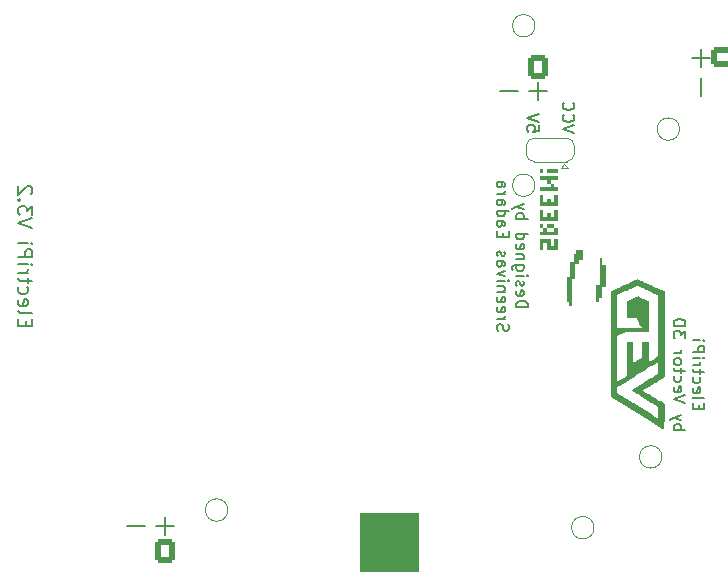
<source format=gbr>
%TF.GenerationSoftware,KiCad,Pcbnew,8.0.6*%
%TF.CreationDate,2025-02-05T09:35:26+00:00*%
%TF.ProjectId,ElectriPi,456c6563-7472-4695-9069-2e6b69636164,rev?*%
%TF.SameCoordinates,PX514cfd0PY31d4590*%
%TF.FileFunction,Legend,Bot*%
%TF.FilePolarity,Positive*%
%FSLAX46Y46*%
G04 Gerber Fmt 4.6, Leading zero omitted, Abs format (unit mm)*
G04 Created by KiCad (PCBNEW 8.0.6) date 2025-02-05 09:35:26*
%MOMM*%
%LPD*%
G01*
G04 APERTURE LIST*
G04 Aperture macros list*
%AMRoundRect*
0 Rectangle with rounded corners*
0 $1 Rounding radius*
0 $2 $3 $4 $5 $6 $7 $8 $9 X,Y pos of 4 corners*
0 Add a 4 corners polygon primitive as box body*
4,1,4,$2,$3,$4,$5,$6,$7,$8,$9,$2,$3,0*
0 Add four circle primitives for the rounded corners*
1,1,$1+$1,$2,$3*
1,1,$1+$1,$4,$5*
1,1,$1+$1,$6,$7*
1,1,$1+$1,$8,$9*
0 Add four rect primitives between the rounded corners*
20,1,$1+$1,$2,$3,$4,$5,0*
20,1,$1+$1,$4,$5,$6,$7,0*
20,1,$1+$1,$6,$7,$8,$9,0*
20,1,$1+$1,$8,$9,$2,$3,0*%
%AMFreePoly0*
4,1,19,0.550000,-0.750000,0.000000,-0.750000,0.000000,-0.744911,-0.071157,-0.744911,-0.207708,-0.704816,-0.327430,-0.627875,-0.420627,-0.520320,-0.479746,-0.390866,-0.500000,-0.250000,-0.500000,0.250000,-0.479746,0.390866,-0.420627,0.520320,-0.327430,0.627875,-0.207708,0.704816,-0.071157,0.744911,0.000000,0.744911,0.000000,0.750000,0.550000,0.750000,0.550000,-0.750000,0.550000,-0.750000,
$1*%
%AMFreePoly1*
4,1,19,0.000000,0.744911,0.071157,0.744911,0.207708,0.704816,0.327430,0.627875,0.420627,0.520320,0.479746,0.390866,0.500000,0.250000,0.500000,-0.250000,0.479746,-0.390866,0.420627,-0.520320,0.327430,-0.627875,0.207708,-0.704816,0.071157,-0.744911,0.000000,-0.744911,0.000000,-0.750000,-0.550000,-0.750000,-0.550000,0.750000,0.000000,0.750000,0.000000,0.744911,0.000000,0.744911,
$1*%
G04 Aperture macros list end*
%ADD10C,0.150000*%
%ADD11C,0.120000*%
%ADD12C,0.000000*%
%ADD13C,4.700000*%
%ADD14RoundRect,0.250000X0.600000X0.750000X-0.600000X0.750000X-0.600000X-0.750000X0.600000X-0.750000X0*%
%ADD15O,1.700000X2.000000*%
%ADD16C,1.020000*%
%ADD17C,1.270000*%
%ADD18C,2.780000*%
%ADD19C,7.000000*%
%ADD20RoundRect,0.250000X-0.750000X0.600000X-0.750000X-0.600000X0.750000X-0.600000X0.750000X0.600000X0*%
%ADD21O,2.000000X1.700000*%
%ADD22C,1.500000*%
%ADD23FreePoly0,180.000000*%
%ADD24R,1.000000X1.500000*%
%ADD25FreePoly1,180.000000*%
G04 APERTURE END LIST*
G36*
X30900000Y-50499996D02*
G01*
X35900000Y-50499996D01*
X35900000Y-55499996D01*
X30900000Y-55499996D01*
X30900000Y-50499996D01*
G37*
D10*
X59573962Y-41704757D02*
X59573962Y-41371424D01*
X59050152Y-41228567D02*
X59050152Y-41704757D01*
X59050152Y-41704757D02*
X60050152Y-41704757D01*
X60050152Y-41704757D02*
X60050152Y-41228567D01*
X59050152Y-40657138D02*
X59097772Y-40752376D01*
X59097772Y-40752376D02*
X59193010Y-40799995D01*
X59193010Y-40799995D02*
X60050152Y-40799995D01*
X59097772Y-39895233D02*
X59050152Y-39990471D01*
X59050152Y-39990471D02*
X59050152Y-40180947D01*
X59050152Y-40180947D02*
X59097772Y-40276185D01*
X59097772Y-40276185D02*
X59193010Y-40323804D01*
X59193010Y-40323804D02*
X59573962Y-40323804D01*
X59573962Y-40323804D02*
X59669200Y-40276185D01*
X59669200Y-40276185D02*
X59716819Y-40180947D01*
X59716819Y-40180947D02*
X59716819Y-39990471D01*
X59716819Y-39990471D02*
X59669200Y-39895233D01*
X59669200Y-39895233D02*
X59573962Y-39847614D01*
X59573962Y-39847614D02*
X59478724Y-39847614D01*
X59478724Y-39847614D02*
X59383486Y-40323804D01*
X59097772Y-38990471D02*
X59050152Y-39085709D01*
X59050152Y-39085709D02*
X59050152Y-39276185D01*
X59050152Y-39276185D02*
X59097772Y-39371423D01*
X59097772Y-39371423D02*
X59145391Y-39419042D01*
X59145391Y-39419042D02*
X59240629Y-39466661D01*
X59240629Y-39466661D02*
X59526343Y-39466661D01*
X59526343Y-39466661D02*
X59621581Y-39419042D01*
X59621581Y-39419042D02*
X59669200Y-39371423D01*
X59669200Y-39371423D02*
X59716819Y-39276185D01*
X59716819Y-39276185D02*
X59716819Y-39085709D01*
X59716819Y-39085709D02*
X59669200Y-38990471D01*
X59716819Y-38704756D02*
X59716819Y-38323804D01*
X60050152Y-38561899D02*
X59193010Y-38561899D01*
X59193010Y-38561899D02*
X59097772Y-38514280D01*
X59097772Y-38514280D02*
X59050152Y-38419042D01*
X59050152Y-38419042D02*
X59050152Y-38323804D01*
X59050152Y-37990470D02*
X59716819Y-37990470D01*
X59526343Y-37990470D02*
X59621581Y-37942851D01*
X59621581Y-37942851D02*
X59669200Y-37895232D01*
X59669200Y-37895232D02*
X59716819Y-37799994D01*
X59716819Y-37799994D02*
X59716819Y-37704756D01*
X59050152Y-37371422D02*
X59716819Y-37371422D01*
X60050152Y-37371422D02*
X60002533Y-37419041D01*
X60002533Y-37419041D02*
X59954914Y-37371422D01*
X59954914Y-37371422D02*
X60002533Y-37323803D01*
X60002533Y-37323803D02*
X60050152Y-37371422D01*
X60050152Y-37371422D02*
X59954914Y-37371422D01*
X59050152Y-36895232D02*
X60050152Y-36895232D01*
X60050152Y-36895232D02*
X60050152Y-36514280D01*
X60050152Y-36514280D02*
X60002533Y-36419042D01*
X60002533Y-36419042D02*
X59954914Y-36371423D01*
X59954914Y-36371423D02*
X59859676Y-36323804D01*
X59859676Y-36323804D02*
X59716819Y-36323804D01*
X59716819Y-36323804D02*
X59621581Y-36371423D01*
X59621581Y-36371423D02*
X59573962Y-36419042D01*
X59573962Y-36419042D02*
X59526343Y-36514280D01*
X59526343Y-36514280D02*
X59526343Y-36895232D01*
X59050152Y-35895232D02*
X59716819Y-35895232D01*
X60050152Y-35895232D02*
X60002533Y-35942851D01*
X60002533Y-35942851D02*
X59954914Y-35895232D01*
X59954914Y-35895232D02*
X60002533Y-35847613D01*
X60002533Y-35847613D02*
X60050152Y-35895232D01*
X60050152Y-35895232D02*
X59954914Y-35895232D01*
X57440208Y-43466663D02*
X58440208Y-43466663D01*
X58059256Y-43466663D02*
X58106875Y-43371425D01*
X58106875Y-43371425D02*
X58106875Y-43180949D01*
X58106875Y-43180949D02*
X58059256Y-43085711D01*
X58059256Y-43085711D02*
X58011637Y-43038092D01*
X58011637Y-43038092D02*
X57916399Y-42990473D01*
X57916399Y-42990473D02*
X57630685Y-42990473D01*
X57630685Y-42990473D02*
X57535447Y-43038092D01*
X57535447Y-43038092D02*
X57487828Y-43085711D01*
X57487828Y-43085711D02*
X57440208Y-43180949D01*
X57440208Y-43180949D02*
X57440208Y-43371425D01*
X57440208Y-43371425D02*
X57487828Y-43466663D01*
X58106875Y-42657139D02*
X57440208Y-42419044D01*
X58106875Y-42180949D02*
X57440208Y-42419044D01*
X57440208Y-42419044D02*
X57202113Y-42514282D01*
X57202113Y-42514282D02*
X57154494Y-42561901D01*
X57154494Y-42561901D02*
X57106875Y-42657139D01*
X58440208Y-41180948D02*
X57440208Y-40847615D01*
X57440208Y-40847615D02*
X58440208Y-40514282D01*
X57487828Y-39799996D02*
X57440208Y-39895234D01*
X57440208Y-39895234D02*
X57440208Y-40085710D01*
X57440208Y-40085710D02*
X57487828Y-40180948D01*
X57487828Y-40180948D02*
X57583066Y-40228567D01*
X57583066Y-40228567D02*
X57964018Y-40228567D01*
X57964018Y-40228567D02*
X58059256Y-40180948D01*
X58059256Y-40180948D02*
X58106875Y-40085710D01*
X58106875Y-40085710D02*
X58106875Y-39895234D01*
X58106875Y-39895234D02*
X58059256Y-39799996D01*
X58059256Y-39799996D02*
X57964018Y-39752377D01*
X57964018Y-39752377D02*
X57868780Y-39752377D01*
X57868780Y-39752377D02*
X57773542Y-40228567D01*
X57487828Y-38895234D02*
X57440208Y-38990472D01*
X57440208Y-38990472D02*
X57440208Y-39180948D01*
X57440208Y-39180948D02*
X57487828Y-39276186D01*
X57487828Y-39276186D02*
X57535447Y-39323805D01*
X57535447Y-39323805D02*
X57630685Y-39371424D01*
X57630685Y-39371424D02*
X57916399Y-39371424D01*
X57916399Y-39371424D02*
X58011637Y-39323805D01*
X58011637Y-39323805D02*
X58059256Y-39276186D01*
X58059256Y-39276186D02*
X58106875Y-39180948D01*
X58106875Y-39180948D02*
X58106875Y-38990472D01*
X58106875Y-38990472D02*
X58059256Y-38895234D01*
X58106875Y-38609519D02*
X58106875Y-38228567D01*
X58440208Y-38466662D02*
X57583066Y-38466662D01*
X57583066Y-38466662D02*
X57487828Y-38419043D01*
X57487828Y-38419043D02*
X57440208Y-38323805D01*
X57440208Y-38323805D02*
X57440208Y-38228567D01*
X57440208Y-37752376D02*
X57487828Y-37847614D01*
X57487828Y-37847614D02*
X57535447Y-37895233D01*
X57535447Y-37895233D02*
X57630685Y-37942852D01*
X57630685Y-37942852D02*
X57916399Y-37942852D01*
X57916399Y-37942852D02*
X58011637Y-37895233D01*
X58011637Y-37895233D02*
X58059256Y-37847614D01*
X58059256Y-37847614D02*
X58106875Y-37752376D01*
X58106875Y-37752376D02*
X58106875Y-37609519D01*
X58106875Y-37609519D02*
X58059256Y-37514281D01*
X58059256Y-37514281D02*
X58011637Y-37466662D01*
X58011637Y-37466662D02*
X57916399Y-37419043D01*
X57916399Y-37419043D02*
X57630685Y-37419043D01*
X57630685Y-37419043D02*
X57535447Y-37466662D01*
X57535447Y-37466662D02*
X57487828Y-37514281D01*
X57487828Y-37514281D02*
X57440208Y-37609519D01*
X57440208Y-37609519D02*
X57440208Y-37752376D01*
X57440208Y-36990471D02*
X58106875Y-36990471D01*
X57916399Y-36990471D02*
X58011637Y-36942852D01*
X58011637Y-36942852D02*
X58059256Y-36895233D01*
X58059256Y-36895233D02*
X58106875Y-36799995D01*
X58106875Y-36799995D02*
X58106875Y-36704757D01*
X58440208Y-35704756D02*
X58440208Y-35085709D01*
X58440208Y-35085709D02*
X58059256Y-35419042D01*
X58059256Y-35419042D02*
X58059256Y-35276185D01*
X58059256Y-35276185D02*
X58011637Y-35180947D01*
X58011637Y-35180947D02*
X57964018Y-35133328D01*
X57964018Y-35133328D02*
X57868780Y-35085709D01*
X57868780Y-35085709D02*
X57630685Y-35085709D01*
X57630685Y-35085709D02*
X57535447Y-35133328D01*
X57535447Y-35133328D02*
X57487828Y-35180947D01*
X57487828Y-35180947D02*
X57440208Y-35276185D01*
X57440208Y-35276185D02*
X57440208Y-35561899D01*
X57440208Y-35561899D02*
X57487828Y-35657137D01*
X57487828Y-35657137D02*
X57535447Y-35704756D01*
X57440208Y-34657137D02*
X58440208Y-34657137D01*
X58440208Y-34657137D02*
X58440208Y-34419042D01*
X58440208Y-34419042D02*
X58392589Y-34276185D01*
X58392589Y-34276185D02*
X58297351Y-34180947D01*
X58297351Y-34180947D02*
X58202113Y-34133328D01*
X58202113Y-34133328D02*
X58011637Y-34085709D01*
X58011637Y-34085709D02*
X57868780Y-34085709D01*
X57868780Y-34085709D02*
X57678304Y-34133328D01*
X57678304Y-34133328D02*
X57583066Y-34180947D01*
X57583066Y-34180947D02*
X57487828Y-34276185D01*
X57487828Y-34276185D02*
X57440208Y-34419042D01*
X57440208Y-34419042D02*
X57440208Y-34657137D01*
X59755533Y-13638091D02*
X59755533Y-15161901D01*
X2581228Y-34635709D02*
X2581228Y-34235709D01*
X1952657Y-34064281D02*
X1952657Y-34635709D01*
X1952657Y-34635709D02*
X3152657Y-34635709D01*
X3152657Y-34635709D02*
X3152657Y-34064281D01*
X1952657Y-33378567D02*
X2009800Y-33492852D01*
X2009800Y-33492852D02*
X2124085Y-33549995D01*
X2124085Y-33549995D02*
X3152657Y-33549995D01*
X2009800Y-32464281D02*
X1952657Y-32578567D01*
X1952657Y-32578567D02*
X1952657Y-32807139D01*
X1952657Y-32807139D02*
X2009800Y-32921424D01*
X2009800Y-32921424D02*
X2124085Y-32978567D01*
X2124085Y-32978567D02*
X2581228Y-32978567D01*
X2581228Y-32978567D02*
X2695514Y-32921424D01*
X2695514Y-32921424D02*
X2752657Y-32807139D01*
X2752657Y-32807139D02*
X2752657Y-32578567D01*
X2752657Y-32578567D02*
X2695514Y-32464281D01*
X2695514Y-32464281D02*
X2581228Y-32407139D01*
X2581228Y-32407139D02*
X2466942Y-32407139D01*
X2466942Y-32407139D02*
X2352657Y-32978567D01*
X2009800Y-31378568D02*
X1952657Y-31492853D01*
X1952657Y-31492853D02*
X1952657Y-31721425D01*
X1952657Y-31721425D02*
X2009800Y-31835710D01*
X2009800Y-31835710D02*
X2066942Y-31892853D01*
X2066942Y-31892853D02*
X2181228Y-31949996D01*
X2181228Y-31949996D02*
X2524085Y-31949996D01*
X2524085Y-31949996D02*
X2638371Y-31892853D01*
X2638371Y-31892853D02*
X2695514Y-31835710D01*
X2695514Y-31835710D02*
X2752657Y-31721425D01*
X2752657Y-31721425D02*
X2752657Y-31492853D01*
X2752657Y-31492853D02*
X2695514Y-31378568D01*
X2752657Y-31035711D02*
X2752657Y-30578568D01*
X3152657Y-30864282D02*
X2124085Y-30864282D01*
X2124085Y-30864282D02*
X2009800Y-30807139D01*
X2009800Y-30807139D02*
X1952657Y-30692854D01*
X1952657Y-30692854D02*
X1952657Y-30578568D01*
X1952657Y-30178568D02*
X2752657Y-30178568D01*
X2524085Y-30178568D02*
X2638371Y-30121425D01*
X2638371Y-30121425D02*
X2695514Y-30064283D01*
X2695514Y-30064283D02*
X2752657Y-29949997D01*
X2752657Y-29949997D02*
X2752657Y-29835711D01*
X1952657Y-29435711D02*
X2752657Y-29435711D01*
X3152657Y-29435711D02*
X3095514Y-29492854D01*
X3095514Y-29492854D02*
X3038371Y-29435711D01*
X3038371Y-29435711D02*
X3095514Y-29378568D01*
X3095514Y-29378568D02*
X3152657Y-29435711D01*
X3152657Y-29435711D02*
X3038371Y-29435711D01*
X1952657Y-28864282D02*
X3152657Y-28864282D01*
X3152657Y-28864282D02*
X3152657Y-28407139D01*
X3152657Y-28407139D02*
X3095514Y-28292854D01*
X3095514Y-28292854D02*
X3038371Y-28235711D01*
X3038371Y-28235711D02*
X2924085Y-28178568D01*
X2924085Y-28178568D02*
X2752657Y-28178568D01*
X2752657Y-28178568D02*
X2638371Y-28235711D01*
X2638371Y-28235711D02*
X2581228Y-28292854D01*
X2581228Y-28292854D02*
X2524085Y-28407139D01*
X2524085Y-28407139D02*
X2524085Y-28864282D01*
X1952657Y-27664282D02*
X2752657Y-27664282D01*
X3152657Y-27664282D02*
X3095514Y-27721425D01*
X3095514Y-27721425D02*
X3038371Y-27664282D01*
X3038371Y-27664282D02*
X3095514Y-27607139D01*
X3095514Y-27607139D02*
X3152657Y-27664282D01*
X3152657Y-27664282D02*
X3038371Y-27664282D01*
X3152657Y-26349996D02*
X1952657Y-25949996D01*
X1952657Y-25949996D02*
X3152657Y-25549996D01*
X3152657Y-25264282D02*
X3152657Y-24521425D01*
X3152657Y-24521425D02*
X2695514Y-24921425D01*
X2695514Y-24921425D02*
X2695514Y-24749996D01*
X2695514Y-24749996D02*
X2638371Y-24635711D01*
X2638371Y-24635711D02*
X2581228Y-24578568D01*
X2581228Y-24578568D02*
X2466942Y-24521425D01*
X2466942Y-24521425D02*
X2181228Y-24521425D01*
X2181228Y-24521425D02*
X2066942Y-24578568D01*
X2066942Y-24578568D02*
X2009800Y-24635711D01*
X2009800Y-24635711D02*
X1952657Y-24749996D01*
X1952657Y-24749996D02*
X1952657Y-25092853D01*
X1952657Y-25092853D02*
X2009800Y-25207139D01*
X2009800Y-25207139D02*
X2066942Y-25264282D01*
X2066942Y-24007139D02*
X2009800Y-23949996D01*
X2009800Y-23949996D02*
X1952657Y-24007139D01*
X1952657Y-24007139D02*
X2009800Y-24064282D01*
X2009800Y-24064282D02*
X2066942Y-24007139D01*
X2066942Y-24007139D02*
X1952657Y-24007139D01*
X3038371Y-23492853D02*
X3095514Y-23435710D01*
X3095514Y-23435710D02*
X3152657Y-23321425D01*
X3152657Y-23321425D02*
X3152657Y-23035710D01*
X3152657Y-23035710D02*
X3095514Y-22921425D01*
X3095514Y-22921425D02*
X3038371Y-22864282D01*
X3038371Y-22864282D02*
X2924085Y-22807139D01*
X2924085Y-22807139D02*
X2809800Y-22807139D01*
X2809800Y-22807139D02*
X2638371Y-22864282D01*
X2638371Y-22864282D02*
X1952657Y-23549996D01*
X1952657Y-23549996D02*
X1952657Y-22807139D01*
X46761904Y-14755533D02*
X45238095Y-14755533D01*
X45999999Y-15517438D02*
X45999999Y-13993628D01*
X46045180Y-17690476D02*
X46045180Y-18166666D01*
X46045180Y-18166666D02*
X45568990Y-18214285D01*
X45568990Y-18214285D02*
X45616609Y-18166666D01*
X45616609Y-18166666D02*
X45664228Y-18071428D01*
X45664228Y-18071428D02*
X45664228Y-17833333D01*
X45664228Y-17833333D02*
X45616609Y-17738095D01*
X45616609Y-17738095D02*
X45568990Y-17690476D01*
X45568990Y-17690476D02*
X45473752Y-17642857D01*
X45473752Y-17642857D02*
X45235657Y-17642857D01*
X45235657Y-17642857D02*
X45140419Y-17690476D01*
X45140419Y-17690476D02*
X45092800Y-17738095D01*
X45092800Y-17738095D02*
X45045180Y-17833333D01*
X45045180Y-17833333D02*
X45045180Y-18071428D01*
X45045180Y-18071428D02*
X45092800Y-18166666D01*
X45092800Y-18166666D02*
X45140419Y-18214285D01*
X46045180Y-17357142D02*
X45045180Y-17023809D01*
X45045180Y-17023809D02*
X46045180Y-16690476D01*
X13638095Y-51594462D02*
X15161905Y-51594462D01*
X14400000Y-50832557D02*
X14400000Y-52356367D01*
X11188095Y-51594462D02*
X12711905Y-51594462D01*
X59755533Y-11238091D02*
X59755533Y-12761901D01*
X60517438Y-11999996D02*
X58993628Y-11999996D01*
X49045180Y-18333332D02*
X48045180Y-17999999D01*
X48045180Y-17999999D02*
X49045180Y-17666666D01*
X48140419Y-16761904D02*
X48092800Y-16809523D01*
X48092800Y-16809523D02*
X48045180Y-16952380D01*
X48045180Y-16952380D02*
X48045180Y-17047618D01*
X48045180Y-17047618D02*
X48092800Y-17190475D01*
X48092800Y-17190475D02*
X48188038Y-17285713D01*
X48188038Y-17285713D02*
X48283276Y-17333332D01*
X48283276Y-17333332D02*
X48473752Y-17380951D01*
X48473752Y-17380951D02*
X48616609Y-17380951D01*
X48616609Y-17380951D02*
X48807085Y-17333332D01*
X48807085Y-17333332D02*
X48902323Y-17285713D01*
X48902323Y-17285713D02*
X48997561Y-17190475D01*
X48997561Y-17190475D02*
X49045180Y-17047618D01*
X49045180Y-17047618D02*
X49045180Y-16952380D01*
X49045180Y-16952380D02*
X48997561Y-16809523D01*
X48997561Y-16809523D02*
X48949942Y-16761904D01*
X48140419Y-15761904D02*
X48092800Y-15809523D01*
X48092800Y-15809523D02*
X48045180Y-15952380D01*
X48045180Y-15952380D02*
X48045180Y-16047618D01*
X48045180Y-16047618D02*
X48092800Y-16190475D01*
X48092800Y-16190475D02*
X48188038Y-16285713D01*
X48188038Y-16285713D02*
X48283276Y-16333332D01*
X48283276Y-16333332D02*
X48473752Y-16380951D01*
X48473752Y-16380951D02*
X48616609Y-16380951D01*
X48616609Y-16380951D02*
X48807085Y-16333332D01*
X48807085Y-16333332D02*
X48902323Y-16285713D01*
X48902323Y-16285713D02*
X48997561Y-16190475D01*
X48997561Y-16190475D02*
X49045180Y-16047618D01*
X49045180Y-16047618D02*
X49045180Y-15952380D01*
X49045180Y-15952380D02*
X48997561Y-15809523D01*
X48997561Y-15809523D02*
X48949942Y-15761904D01*
X44261904Y-14755533D02*
X42738095Y-14755533D01*
X44100152Y-33083333D02*
X45100152Y-33083333D01*
X45100152Y-33083333D02*
X45100152Y-32845238D01*
X45100152Y-32845238D02*
X45052533Y-32702381D01*
X45052533Y-32702381D02*
X44957295Y-32607143D01*
X44957295Y-32607143D02*
X44862057Y-32559524D01*
X44862057Y-32559524D02*
X44671581Y-32511905D01*
X44671581Y-32511905D02*
X44528724Y-32511905D01*
X44528724Y-32511905D02*
X44338248Y-32559524D01*
X44338248Y-32559524D02*
X44243010Y-32607143D01*
X44243010Y-32607143D02*
X44147772Y-32702381D01*
X44147772Y-32702381D02*
X44100152Y-32845238D01*
X44100152Y-32845238D02*
X44100152Y-33083333D01*
X44147772Y-31702381D02*
X44100152Y-31797619D01*
X44100152Y-31797619D02*
X44100152Y-31988095D01*
X44100152Y-31988095D02*
X44147772Y-32083333D01*
X44147772Y-32083333D02*
X44243010Y-32130952D01*
X44243010Y-32130952D02*
X44623962Y-32130952D01*
X44623962Y-32130952D02*
X44719200Y-32083333D01*
X44719200Y-32083333D02*
X44766819Y-31988095D01*
X44766819Y-31988095D02*
X44766819Y-31797619D01*
X44766819Y-31797619D02*
X44719200Y-31702381D01*
X44719200Y-31702381D02*
X44623962Y-31654762D01*
X44623962Y-31654762D02*
X44528724Y-31654762D01*
X44528724Y-31654762D02*
X44433486Y-32130952D01*
X44147772Y-31273809D02*
X44100152Y-31178571D01*
X44100152Y-31178571D02*
X44100152Y-30988095D01*
X44100152Y-30988095D02*
X44147772Y-30892857D01*
X44147772Y-30892857D02*
X44243010Y-30845238D01*
X44243010Y-30845238D02*
X44290629Y-30845238D01*
X44290629Y-30845238D02*
X44385867Y-30892857D01*
X44385867Y-30892857D02*
X44433486Y-30988095D01*
X44433486Y-30988095D02*
X44433486Y-31130952D01*
X44433486Y-31130952D02*
X44481105Y-31226190D01*
X44481105Y-31226190D02*
X44576343Y-31273809D01*
X44576343Y-31273809D02*
X44623962Y-31273809D01*
X44623962Y-31273809D02*
X44719200Y-31226190D01*
X44719200Y-31226190D02*
X44766819Y-31130952D01*
X44766819Y-31130952D02*
X44766819Y-30988095D01*
X44766819Y-30988095D02*
X44719200Y-30892857D01*
X44100152Y-30416666D02*
X44766819Y-30416666D01*
X45100152Y-30416666D02*
X45052533Y-30464285D01*
X45052533Y-30464285D02*
X45004914Y-30416666D01*
X45004914Y-30416666D02*
X45052533Y-30369047D01*
X45052533Y-30369047D02*
X45100152Y-30416666D01*
X45100152Y-30416666D02*
X45004914Y-30416666D01*
X44766819Y-29511905D02*
X43957295Y-29511905D01*
X43957295Y-29511905D02*
X43862057Y-29559524D01*
X43862057Y-29559524D02*
X43814438Y-29607143D01*
X43814438Y-29607143D02*
X43766819Y-29702381D01*
X43766819Y-29702381D02*
X43766819Y-29845238D01*
X43766819Y-29845238D02*
X43814438Y-29940476D01*
X44147772Y-29511905D02*
X44100152Y-29607143D01*
X44100152Y-29607143D02*
X44100152Y-29797619D01*
X44100152Y-29797619D02*
X44147772Y-29892857D01*
X44147772Y-29892857D02*
X44195391Y-29940476D01*
X44195391Y-29940476D02*
X44290629Y-29988095D01*
X44290629Y-29988095D02*
X44576343Y-29988095D01*
X44576343Y-29988095D02*
X44671581Y-29940476D01*
X44671581Y-29940476D02*
X44719200Y-29892857D01*
X44719200Y-29892857D02*
X44766819Y-29797619D01*
X44766819Y-29797619D02*
X44766819Y-29607143D01*
X44766819Y-29607143D02*
X44719200Y-29511905D01*
X44766819Y-29035714D02*
X44100152Y-29035714D01*
X44671581Y-29035714D02*
X44719200Y-28988095D01*
X44719200Y-28988095D02*
X44766819Y-28892857D01*
X44766819Y-28892857D02*
X44766819Y-28750000D01*
X44766819Y-28750000D02*
X44719200Y-28654762D01*
X44719200Y-28654762D02*
X44623962Y-28607143D01*
X44623962Y-28607143D02*
X44100152Y-28607143D01*
X44147772Y-27750000D02*
X44100152Y-27845238D01*
X44100152Y-27845238D02*
X44100152Y-28035714D01*
X44100152Y-28035714D02*
X44147772Y-28130952D01*
X44147772Y-28130952D02*
X44243010Y-28178571D01*
X44243010Y-28178571D02*
X44623962Y-28178571D01*
X44623962Y-28178571D02*
X44719200Y-28130952D01*
X44719200Y-28130952D02*
X44766819Y-28035714D01*
X44766819Y-28035714D02*
X44766819Y-27845238D01*
X44766819Y-27845238D02*
X44719200Y-27750000D01*
X44719200Y-27750000D02*
X44623962Y-27702381D01*
X44623962Y-27702381D02*
X44528724Y-27702381D01*
X44528724Y-27702381D02*
X44433486Y-28178571D01*
X44100152Y-26845238D02*
X45100152Y-26845238D01*
X44147772Y-26845238D02*
X44100152Y-26940476D01*
X44100152Y-26940476D02*
X44100152Y-27130952D01*
X44100152Y-27130952D02*
X44147772Y-27226190D01*
X44147772Y-27226190D02*
X44195391Y-27273809D01*
X44195391Y-27273809D02*
X44290629Y-27321428D01*
X44290629Y-27321428D02*
X44576343Y-27321428D01*
X44576343Y-27321428D02*
X44671581Y-27273809D01*
X44671581Y-27273809D02*
X44719200Y-27226190D01*
X44719200Y-27226190D02*
X44766819Y-27130952D01*
X44766819Y-27130952D02*
X44766819Y-26940476D01*
X44766819Y-26940476D02*
X44719200Y-26845238D01*
X44100152Y-25607142D02*
X45100152Y-25607142D01*
X44719200Y-25607142D02*
X44766819Y-25511904D01*
X44766819Y-25511904D02*
X44766819Y-25321428D01*
X44766819Y-25321428D02*
X44719200Y-25226190D01*
X44719200Y-25226190D02*
X44671581Y-25178571D01*
X44671581Y-25178571D02*
X44576343Y-25130952D01*
X44576343Y-25130952D02*
X44290629Y-25130952D01*
X44290629Y-25130952D02*
X44195391Y-25178571D01*
X44195391Y-25178571D02*
X44147772Y-25226190D01*
X44147772Y-25226190D02*
X44100152Y-25321428D01*
X44100152Y-25321428D02*
X44100152Y-25511904D01*
X44100152Y-25511904D02*
X44147772Y-25607142D01*
X44766819Y-24797618D02*
X44100152Y-24559523D01*
X44766819Y-24321428D02*
X44100152Y-24559523D01*
X44100152Y-24559523D02*
X43862057Y-24654761D01*
X43862057Y-24654761D02*
X43814438Y-24702380D01*
X43814438Y-24702380D02*
X43766819Y-24797618D01*
X42537828Y-35083333D02*
X42490208Y-34940476D01*
X42490208Y-34940476D02*
X42490208Y-34702381D01*
X42490208Y-34702381D02*
X42537828Y-34607143D01*
X42537828Y-34607143D02*
X42585447Y-34559524D01*
X42585447Y-34559524D02*
X42680685Y-34511905D01*
X42680685Y-34511905D02*
X42775923Y-34511905D01*
X42775923Y-34511905D02*
X42871161Y-34559524D01*
X42871161Y-34559524D02*
X42918780Y-34607143D01*
X42918780Y-34607143D02*
X42966399Y-34702381D01*
X42966399Y-34702381D02*
X43014018Y-34892857D01*
X43014018Y-34892857D02*
X43061637Y-34988095D01*
X43061637Y-34988095D02*
X43109256Y-35035714D01*
X43109256Y-35035714D02*
X43204494Y-35083333D01*
X43204494Y-35083333D02*
X43299732Y-35083333D01*
X43299732Y-35083333D02*
X43394970Y-35035714D01*
X43394970Y-35035714D02*
X43442589Y-34988095D01*
X43442589Y-34988095D02*
X43490208Y-34892857D01*
X43490208Y-34892857D02*
X43490208Y-34654762D01*
X43490208Y-34654762D02*
X43442589Y-34511905D01*
X42490208Y-34083333D02*
X43156875Y-34083333D01*
X42966399Y-34083333D02*
X43061637Y-34035714D01*
X43061637Y-34035714D02*
X43109256Y-33988095D01*
X43109256Y-33988095D02*
X43156875Y-33892857D01*
X43156875Y-33892857D02*
X43156875Y-33797619D01*
X42537828Y-33083333D02*
X42490208Y-33178571D01*
X42490208Y-33178571D02*
X42490208Y-33369047D01*
X42490208Y-33369047D02*
X42537828Y-33464285D01*
X42537828Y-33464285D02*
X42633066Y-33511904D01*
X42633066Y-33511904D02*
X43014018Y-33511904D01*
X43014018Y-33511904D02*
X43109256Y-33464285D01*
X43109256Y-33464285D02*
X43156875Y-33369047D01*
X43156875Y-33369047D02*
X43156875Y-33178571D01*
X43156875Y-33178571D02*
X43109256Y-33083333D01*
X43109256Y-33083333D02*
X43014018Y-33035714D01*
X43014018Y-33035714D02*
X42918780Y-33035714D01*
X42918780Y-33035714D02*
X42823542Y-33511904D01*
X42537828Y-32226190D02*
X42490208Y-32321428D01*
X42490208Y-32321428D02*
X42490208Y-32511904D01*
X42490208Y-32511904D02*
X42537828Y-32607142D01*
X42537828Y-32607142D02*
X42633066Y-32654761D01*
X42633066Y-32654761D02*
X43014018Y-32654761D01*
X43014018Y-32654761D02*
X43109256Y-32607142D01*
X43109256Y-32607142D02*
X43156875Y-32511904D01*
X43156875Y-32511904D02*
X43156875Y-32321428D01*
X43156875Y-32321428D02*
X43109256Y-32226190D01*
X43109256Y-32226190D02*
X43014018Y-32178571D01*
X43014018Y-32178571D02*
X42918780Y-32178571D01*
X42918780Y-32178571D02*
X42823542Y-32654761D01*
X43156875Y-31749999D02*
X42490208Y-31749999D01*
X43061637Y-31749999D02*
X43109256Y-31702380D01*
X43109256Y-31702380D02*
X43156875Y-31607142D01*
X43156875Y-31607142D02*
X43156875Y-31464285D01*
X43156875Y-31464285D02*
X43109256Y-31369047D01*
X43109256Y-31369047D02*
X43014018Y-31321428D01*
X43014018Y-31321428D02*
X42490208Y-31321428D01*
X42490208Y-30845237D02*
X43156875Y-30845237D01*
X43490208Y-30845237D02*
X43442589Y-30892856D01*
X43442589Y-30892856D02*
X43394970Y-30845237D01*
X43394970Y-30845237D02*
X43442589Y-30797618D01*
X43442589Y-30797618D02*
X43490208Y-30845237D01*
X43490208Y-30845237D02*
X43394970Y-30845237D01*
X43156875Y-30464285D02*
X42490208Y-30226190D01*
X42490208Y-30226190D02*
X43156875Y-29988095D01*
X42490208Y-29178571D02*
X43014018Y-29178571D01*
X43014018Y-29178571D02*
X43109256Y-29226190D01*
X43109256Y-29226190D02*
X43156875Y-29321428D01*
X43156875Y-29321428D02*
X43156875Y-29511904D01*
X43156875Y-29511904D02*
X43109256Y-29607142D01*
X42537828Y-29178571D02*
X42490208Y-29273809D01*
X42490208Y-29273809D02*
X42490208Y-29511904D01*
X42490208Y-29511904D02*
X42537828Y-29607142D01*
X42537828Y-29607142D02*
X42633066Y-29654761D01*
X42633066Y-29654761D02*
X42728304Y-29654761D01*
X42728304Y-29654761D02*
X42823542Y-29607142D01*
X42823542Y-29607142D02*
X42871161Y-29511904D01*
X42871161Y-29511904D02*
X42871161Y-29273809D01*
X42871161Y-29273809D02*
X42918780Y-29178571D01*
X42537828Y-28749999D02*
X42490208Y-28654761D01*
X42490208Y-28654761D02*
X42490208Y-28464285D01*
X42490208Y-28464285D02*
X42537828Y-28369047D01*
X42537828Y-28369047D02*
X42633066Y-28321428D01*
X42633066Y-28321428D02*
X42680685Y-28321428D01*
X42680685Y-28321428D02*
X42775923Y-28369047D01*
X42775923Y-28369047D02*
X42823542Y-28464285D01*
X42823542Y-28464285D02*
X42823542Y-28607142D01*
X42823542Y-28607142D02*
X42871161Y-28702380D01*
X42871161Y-28702380D02*
X42966399Y-28749999D01*
X42966399Y-28749999D02*
X43014018Y-28749999D01*
X43014018Y-28749999D02*
X43109256Y-28702380D01*
X43109256Y-28702380D02*
X43156875Y-28607142D01*
X43156875Y-28607142D02*
X43156875Y-28464285D01*
X43156875Y-28464285D02*
X43109256Y-28369047D01*
X43014018Y-27130951D02*
X43014018Y-26797618D01*
X42490208Y-26654761D02*
X42490208Y-27130951D01*
X42490208Y-27130951D02*
X43490208Y-27130951D01*
X43490208Y-27130951D02*
X43490208Y-26654761D01*
X42490208Y-25797618D02*
X43014018Y-25797618D01*
X43014018Y-25797618D02*
X43109256Y-25845237D01*
X43109256Y-25845237D02*
X43156875Y-25940475D01*
X43156875Y-25940475D02*
X43156875Y-26130951D01*
X43156875Y-26130951D02*
X43109256Y-26226189D01*
X42537828Y-25797618D02*
X42490208Y-25892856D01*
X42490208Y-25892856D02*
X42490208Y-26130951D01*
X42490208Y-26130951D02*
X42537828Y-26226189D01*
X42537828Y-26226189D02*
X42633066Y-26273808D01*
X42633066Y-26273808D02*
X42728304Y-26273808D01*
X42728304Y-26273808D02*
X42823542Y-26226189D01*
X42823542Y-26226189D02*
X42871161Y-26130951D01*
X42871161Y-26130951D02*
X42871161Y-25892856D01*
X42871161Y-25892856D02*
X42918780Y-25797618D01*
X42490208Y-24892856D02*
X43490208Y-24892856D01*
X42537828Y-24892856D02*
X42490208Y-24988094D01*
X42490208Y-24988094D02*
X42490208Y-25178570D01*
X42490208Y-25178570D02*
X42537828Y-25273808D01*
X42537828Y-25273808D02*
X42585447Y-25321427D01*
X42585447Y-25321427D02*
X42680685Y-25369046D01*
X42680685Y-25369046D02*
X42966399Y-25369046D01*
X42966399Y-25369046D02*
X43061637Y-25321427D01*
X43061637Y-25321427D02*
X43109256Y-25273808D01*
X43109256Y-25273808D02*
X43156875Y-25178570D01*
X43156875Y-25178570D02*
X43156875Y-24988094D01*
X43156875Y-24988094D02*
X43109256Y-24892856D01*
X42490208Y-23988094D02*
X43014018Y-23988094D01*
X43014018Y-23988094D02*
X43109256Y-24035713D01*
X43109256Y-24035713D02*
X43156875Y-24130951D01*
X43156875Y-24130951D02*
X43156875Y-24321427D01*
X43156875Y-24321427D02*
X43109256Y-24416665D01*
X42537828Y-23988094D02*
X42490208Y-24083332D01*
X42490208Y-24083332D02*
X42490208Y-24321427D01*
X42490208Y-24321427D02*
X42537828Y-24416665D01*
X42537828Y-24416665D02*
X42633066Y-24464284D01*
X42633066Y-24464284D02*
X42728304Y-24464284D01*
X42728304Y-24464284D02*
X42823542Y-24416665D01*
X42823542Y-24416665D02*
X42871161Y-24321427D01*
X42871161Y-24321427D02*
X42871161Y-24083332D01*
X42871161Y-24083332D02*
X42918780Y-23988094D01*
X42490208Y-23511903D02*
X43156875Y-23511903D01*
X42966399Y-23511903D02*
X43061637Y-23464284D01*
X43061637Y-23464284D02*
X43109256Y-23416665D01*
X43109256Y-23416665D02*
X43156875Y-23321427D01*
X43156875Y-23321427D02*
X43156875Y-23226189D01*
X42490208Y-22464284D02*
X43014018Y-22464284D01*
X43014018Y-22464284D02*
X43109256Y-22511903D01*
X43109256Y-22511903D02*
X43156875Y-22607141D01*
X43156875Y-22607141D02*
X43156875Y-22797617D01*
X43156875Y-22797617D02*
X43109256Y-22892855D01*
X42537828Y-22464284D02*
X42490208Y-22559522D01*
X42490208Y-22559522D02*
X42490208Y-22797617D01*
X42490208Y-22797617D02*
X42537828Y-22892855D01*
X42537828Y-22892855D02*
X42633066Y-22940474D01*
X42633066Y-22940474D02*
X42728304Y-22940474D01*
X42728304Y-22940474D02*
X42823542Y-22892855D01*
X42823542Y-22892855D02*
X42871161Y-22797617D01*
X42871161Y-22797617D02*
X42871161Y-22559522D01*
X42871161Y-22559522D02*
X42918780Y-22464284D01*
D11*
%TO.C,TP5*%
X45700000Y-9250000D02*
G75*
G02*
X43800000Y-9250000I-950000J0D01*
G01*
X43800000Y-9250000D02*
G75*
G02*
X45700000Y-9250000I950000J0D01*
G01*
%TO.C,JP1*%
X44950000Y-19450000D02*
X44950000Y-20050000D01*
X45600000Y-20750000D02*
X48400000Y-20750000D01*
X48200000Y-20950000D02*
X47900000Y-21250000D01*
X48200000Y-20950000D02*
X48500000Y-21250000D01*
X48400000Y-18750000D02*
X45600000Y-18750000D01*
X48500000Y-21250000D02*
X47900000Y-21250000D01*
X49050000Y-20050000D02*
X49050000Y-19450000D01*
X44950000Y-19450000D02*
G75*
G02*
X45650000Y-18750000I700000J0D01*
G01*
X45650000Y-20750000D02*
G75*
G02*
X44950000Y-20050000I0J700000D01*
G01*
X48350000Y-18750000D02*
G75*
G02*
X49050000Y-19450000I1J-699999D01*
G01*
X49050000Y-20050000D02*
G75*
G02*
X48350000Y-20750000I-699999J-1D01*
G01*
%TO.C,TP4*%
X56450000Y-45750000D02*
G75*
G02*
X54550000Y-45750000I-950000J0D01*
G01*
X54550000Y-45750000D02*
G75*
G02*
X56450000Y-45750000I950000J0D01*
G01*
%TO.C,TP1*%
X57950000Y-18000000D02*
G75*
G02*
X56050000Y-18000000I-950000J0D01*
G01*
X56050000Y-18000000D02*
G75*
G02*
X57950000Y-18000000I950000J0D01*
G01*
D12*
%TO.C,G\u002A\u002A\u002A*%
G36*
X46405673Y-21687500D02*
G01*
X46093096Y-21687500D01*
X46093096Y-21375000D01*
X46405673Y-21375000D01*
X46405673Y-21687500D01*
G37*
G36*
X46405673Y-26375000D02*
G01*
X46093096Y-26375000D01*
X46093096Y-26062500D01*
X46405673Y-26062500D01*
X46405673Y-26375000D01*
G37*
G36*
X47655981Y-21687500D02*
G01*
X46718250Y-21687500D01*
X46718250Y-21375000D01*
X47655981Y-21375000D01*
X47655981Y-21687500D01*
G37*
G36*
X47655981Y-22312500D02*
G01*
X47030827Y-22312500D01*
X47030827Y-22625000D01*
X46718250Y-22625000D01*
X46718250Y-22312500D01*
X46093096Y-22312500D01*
X46093096Y-22000000D01*
X47655981Y-22000000D01*
X47655981Y-22312500D01*
G37*
G36*
X47343404Y-22937500D02*
G01*
X47655981Y-22937500D01*
X47655981Y-23250000D01*
X46093096Y-23250000D01*
X46093096Y-22937500D01*
X47030827Y-22937500D01*
X47030827Y-22625000D01*
X47343404Y-22625000D01*
X47343404Y-22937500D01*
G37*
G36*
X46405673Y-24187500D02*
G01*
X46718250Y-24187500D01*
X46718250Y-23875000D01*
X47030827Y-23875000D01*
X47030827Y-24187500D01*
X47343404Y-24187500D01*
X47343404Y-23562500D01*
X47655981Y-23562500D01*
X47655981Y-24500000D01*
X46093096Y-24500000D01*
X46093096Y-23562500D01*
X46405673Y-23562500D01*
X46405673Y-24187500D01*
G37*
G36*
X46405673Y-25437500D02*
G01*
X46718250Y-25437500D01*
X46718250Y-25125000D01*
X47030827Y-25125000D01*
X47030827Y-25437500D01*
X47343404Y-25437500D01*
X47343404Y-24812500D01*
X47655981Y-24812500D01*
X47655981Y-25750000D01*
X46093096Y-25750000D01*
X46093096Y-24812500D01*
X46405673Y-24812500D01*
X46405673Y-25437500D01*
G37*
G36*
X47030827Y-27937500D02*
G01*
X47343404Y-27937500D01*
X47343404Y-27312500D01*
X47655981Y-27312500D01*
X47655981Y-28250000D01*
X46718250Y-28250000D01*
X46718250Y-27625000D01*
X46405673Y-27625000D01*
X46405673Y-28250000D01*
X46093096Y-28250000D01*
X46093096Y-27312500D01*
X47030827Y-27312500D01*
X47030827Y-27937500D01*
G37*
G36*
X51406904Y-29500000D02*
G01*
X51719481Y-29500000D01*
X51719481Y-31375000D01*
X51406904Y-31375000D01*
X51406904Y-32312500D01*
X51094327Y-32312500D01*
X51094327Y-32625000D01*
X50881750Y-32625000D01*
X50881750Y-31162500D01*
X51194327Y-31162500D01*
X51194327Y-28875000D01*
X51406904Y-28875000D01*
X51406904Y-29500000D01*
G37*
G36*
X47343404Y-26375000D02*
G01*
X46718250Y-26375000D01*
X46718250Y-26687500D01*
X47343404Y-26687500D01*
X47343404Y-26375000D01*
X47655981Y-26375000D01*
X47655981Y-27000000D01*
X46718250Y-27000000D01*
X46093096Y-27000000D01*
X46093096Y-26687500D01*
X46405673Y-26687500D01*
X46405673Y-26375000D01*
X46718250Y-26375000D01*
X46718250Y-26062500D01*
X47343404Y-26062500D01*
X47343404Y-26375000D01*
G37*
G36*
X49744020Y-29087500D02*
G01*
X49431443Y-29087500D01*
X49431443Y-29400000D01*
X49118866Y-29400000D01*
X49118866Y-30650000D01*
X48806289Y-30650000D01*
X48806289Y-32937500D01*
X48593711Y-32937500D01*
X48593711Y-32625000D01*
X48381135Y-32625000D01*
X48381135Y-30537500D01*
X48693711Y-30537500D01*
X48693711Y-29287500D01*
X49006289Y-29287500D01*
X49006289Y-28562500D01*
X49218866Y-28562500D01*
X49218866Y-28250000D01*
X49744020Y-28250000D01*
X49744020Y-29087500D01*
G37*
G36*
X54396213Y-30696266D02*
G01*
X54424656Y-30707011D01*
X54468214Y-30725244D01*
X54522800Y-30749235D01*
X54584323Y-30777256D01*
X54605349Y-30786984D01*
X54669643Y-30816681D01*
X54749694Y-30853606D01*
X54841089Y-30895725D01*
X54939415Y-30941006D01*
X55040258Y-30987414D01*
X55139206Y-31032916D01*
X55194589Y-31058378D01*
X55287285Y-31101008D01*
X55375309Y-31141509D01*
X55455196Y-31178283D01*
X55523479Y-31209735D01*
X55576692Y-31234270D01*
X55611370Y-31250292D01*
X55625118Y-31256653D01*
X55667080Y-31276043D01*
X55726699Y-31303573D01*
X55801113Y-31337921D01*
X55887460Y-31377766D01*
X55982876Y-31421788D01*
X56084499Y-31468665D01*
X56189468Y-31517076D01*
X56670712Y-31739005D01*
X56670712Y-38995133D01*
X56582938Y-39049892D01*
X56553228Y-39068376D01*
X56503816Y-39099035D01*
X56441033Y-39137935D01*
X56368698Y-39182712D01*
X56290632Y-39230999D01*
X56210655Y-39280432D01*
X56209639Y-39281060D01*
X56122047Y-39335184D01*
X56019963Y-39398274D01*
X55909410Y-39466606D01*
X55796409Y-39536459D01*
X55686984Y-39604109D01*
X55587156Y-39665833D01*
X55552247Y-39687418D01*
X55463741Y-39742124D01*
X55377374Y-39795485D01*
X55296835Y-39845222D01*
X55225816Y-39889057D01*
X55168007Y-39924710D01*
X55127099Y-39949903D01*
X55123094Y-39952366D01*
X55039450Y-40003927D01*
X54974361Y-40044355D01*
X54925754Y-40074993D01*
X54891557Y-40097186D01*
X54869697Y-40112278D01*
X54858102Y-40121612D01*
X54854697Y-40126533D01*
X54864543Y-40134545D01*
X54892386Y-40153449D01*
X54935547Y-40181519D01*
X54991345Y-40217032D01*
X55057098Y-40258266D01*
X55130126Y-40303498D01*
X55184578Y-40337041D01*
X55283932Y-40398294D01*
X55392785Y-40465451D01*
X55504326Y-40534309D01*
X55611743Y-40600664D01*
X55708224Y-40660310D01*
X55789043Y-40710291D01*
X55895907Y-40776363D01*
X56011094Y-40847566D01*
X56128024Y-40919833D01*
X56240120Y-40989098D01*
X56340803Y-41051296D01*
X56670712Y-41255068D01*
X56670712Y-42354859D01*
X56670605Y-42541156D01*
X56670246Y-42726984D01*
X56669639Y-42893020D01*
X56668790Y-43038709D01*
X56667706Y-43163500D01*
X56666392Y-43266841D01*
X56664854Y-43348179D01*
X56663098Y-43406961D01*
X56661130Y-43442636D01*
X56658955Y-43454650D01*
X56658023Y-43454331D01*
X56641776Y-43445314D01*
X56606967Y-43424619D01*
X56555183Y-43393225D01*
X56488013Y-43352112D01*
X56407045Y-43302259D01*
X56313867Y-43244646D01*
X56210069Y-43180253D01*
X56137040Y-43134821D01*
X56097237Y-43110059D01*
X55976961Y-43035045D01*
X55850828Y-42956189D01*
X55732872Y-42882365D01*
X55599692Y-42799028D01*
X55468967Y-42717243D01*
X55342954Y-42638420D01*
X55223912Y-42563973D01*
X55114100Y-42495314D01*
X55015777Y-42433855D01*
X54931200Y-42381009D01*
X54862630Y-42338187D01*
X54812323Y-42306803D01*
X54787386Y-42291252D01*
X54709384Y-42242533D01*
X54632031Y-42194115D01*
X54560306Y-42149120D01*
X54499187Y-42110669D01*
X54453651Y-42081884D01*
X54432208Y-42068355D01*
X54389492Y-42041540D01*
X54329071Y-42003690D01*
X54252472Y-41955760D01*
X54161220Y-41898702D01*
X54056843Y-41833471D01*
X53940867Y-41761021D01*
X53814819Y-41682305D01*
X53680224Y-41598277D01*
X53538609Y-41509891D01*
X53391501Y-41418100D01*
X53240426Y-41323859D01*
X52143739Y-40639827D01*
X52143741Y-40318814D01*
X52662838Y-40318814D01*
X52744826Y-40371088D01*
X52749169Y-40373853D01*
X52784715Y-40396311D01*
X52837503Y-40429489D01*
X52904721Y-40471629D01*
X52983559Y-40520973D01*
X53071205Y-40575763D01*
X53164849Y-40634242D01*
X53261679Y-40694653D01*
X53358883Y-40755238D01*
X53453651Y-40814240D01*
X53486541Y-40834788D01*
X53542358Y-40869898D01*
X53592879Y-40901916D01*
X53599311Y-40905981D01*
X53626274Y-40922911D01*
X53671201Y-40951061D01*
X53732550Y-40989466D01*
X53808784Y-41037167D01*
X53898361Y-41093199D01*
X53999742Y-41156601D01*
X54111388Y-41226411D01*
X54231758Y-41301666D01*
X54359312Y-41381405D01*
X54492512Y-41464664D01*
X54629817Y-41550483D01*
X54769688Y-41637898D01*
X54910584Y-41725947D01*
X55050966Y-41813669D01*
X55189295Y-41900100D01*
X55324030Y-41984279D01*
X55453631Y-42065244D01*
X55576560Y-42142032D01*
X55691276Y-42213681D01*
X55796239Y-42279229D01*
X55889910Y-42337714D01*
X55970748Y-42388173D01*
X56037215Y-42429645D01*
X56087771Y-42461166D01*
X56120875Y-42481776D01*
X56134988Y-42490511D01*
X56137040Y-42490624D01*
X56140560Y-42483235D01*
X56143424Y-42464233D01*
X56145686Y-42431821D01*
X56147401Y-42384196D01*
X56148626Y-42319560D01*
X56149415Y-42236111D01*
X56149824Y-42132051D01*
X56149909Y-42005579D01*
X56149697Y-41511514D01*
X55983441Y-41409627D01*
X55957801Y-41393899D01*
X55883828Y-41348419D01*
X55792796Y-41292335D01*
X55687168Y-41227173D01*
X55569412Y-41154454D01*
X55441991Y-41075702D01*
X55307371Y-40992441D01*
X55168016Y-40906193D01*
X55026392Y-40818481D01*
X54884964Y-40730830D01*
X54850601Y-40709532D01*
X54765230Y-40656655D01*
X54666615Y-40595613D01*
X54559752Y-40529497D01*
X54449637Y-40461398D01*
X54341266Y-40394405D01*
X54239633Y-40331611D01*
X54234813Y-40328632D01*
X54149429Y-40275471D01*
X54071471Y-40226198D01*
X54003147Y-40182265D01*
X53946667Y-40145122D01*
X53904240Y-40116222D01*
X53878073Y-40097016D01*
X53870377Y-40088956D01*
X53871678Y-40087964D01*
X53888946Y-40076570D01*
X53922849Y-40055036D01*
X53970147Y-40025392D01*
X54027600Y-39989672D01*
X54091970Y-39949909D01*
X54126924Y-39928370D01*
X54207753Y-39878493D01*
X54299857Y-39821590D01*
X54397084Y-39761464D01*
X54493280Y-39701920D01*
X54582295Y-39646761D01*
X54589927Y-39642028D01*
X54661629Y-39597604D01*
X54749247Y-39543366D01*
X54849972Y-39481049D01*
X54960997Y-39412388D01*
X55079514Y-39339117D01*
X55202714Y-39262973D01*
X55327789Y-39185690D01*
X55451931Y-39109003D01*
X55572332Y-39034646D01*
X55686183Y-38964356D01*
X55790677Y-38899866D01*
X55883004Y-38842913D01*
X55960358Y-38795230D01*
X56019929Y-38758553D01*
X56150032Y-38678530D01*
X56150077Y-38183787D01*
X56150121Y-37689044D01*
X56122881Y-37706624D01*
X56119914Y-37708502D01*
X56098831Y-37721740D01*
X56059110Y-37746629D01*
X56002088Y-37782332D01*
X55929102Y-37828014D01*
X55841490Y-37882838D01*
X55740588Y-37945969D01*
X55627732Y-38016570D01*
X55504261Y-38093806D01*
X55371511Y-38176841D01*
X55230819Y-38264837D01*
X55083521Y-38356960D01*
X54930956Y-38452374D01*
X54774459Y-38550241D01*
X54615368Y-38649728D01*
X54455020Y-38749996D01*
X54294751Y-38850211D01*
X54135899Y-38949536D01*
X53979800Y-39047135D01*
X53827792Y-39142172D01*
X53681211Y-39233812D01*
X53541394Y-39321218D01*
X53409679Y-39403554D01*
X53287402Y-39479984D01*
X53175901Y-39549672D01*
X53076511Y-39611783D01*
X52990570Y-39665479D01*
X52919416Y-39709926D01*
X52864385Y-39744286D01*
X52826813Y-39767725D01*
X52674909Y-39862405D01*
X52669425Y-39865823D01*
X52666132Y-40092318D01*
X52662838Y-40318814D01*
X52143741Y-40318814D01*
X52143766Y-36178482D01*
X52143774Y-34810418D01*
X52663269Y-34810418D01*
X54734588Y-34810418D01*
X54604753Y-34559202D01*
X54596013Y-34542297D01*
X54552030Y-34457384D01*
X54506524Y-34369757D01*
X54462649Y-34285475D01*
X54423558Y-34210599D01*
X54392405Y-34151186D01*
X54379688Y-34126904D01*
X54352160Y-34073472D01*
X54330015Y-34029267D01*
X54315257Y-33998334D01*
X54309892Y-33984718D01*
X54302836Y-33982937D01*
X54274340Y-33980799D01*
X54226564Y-33978904D01*
X54162289Y-33977316D01*
X54084293Y-33976101D01*
X53995358Y-33975324D01*
X53898262Y-33975051D01*
X53486632Y-33975051D01*
X53486632Y-32562647D01*
X53556246Y-32531495D01*
X53558755Y-32530369D01*
X53590395Y-32516017D01*
X53640000Y-32493346D01*
X53704000Y-32463996D01*
X53778828Y-32429604D01*
X53860914Y-32391810D01*
X53946689Y-32352250D01*
X53958928Y-32346601D01*
X54043818Y-32307454D01*
X54124065Y-32270501D01*
X54196202Y-32237335D01*
X54256762Y-32209550D01*
X54302277Y-32188738D01*
X54329281Y-32176491D01*
X54391043Y-32148825D01*
X54843818Y-32357444D01*
X54885566Y-32376672D01*
X54981567Y-32420828D01*
X55070213Y-32461522D01*
X55149066Y-32497637D01*
X55215687Y-32528061D01*
X55267639Y-32551678D01*
X55302483Y-32567375D01*
X55317781Y-32574037D01*
X55320590Y-32575744D01*
X55323647Y-32580170D01*
X55326347Y-32588458D01*
X55328710Y-32601965D01*
X55330760Y-32622047D01*
X55332518Y-32650061D01*
X55334007Y-32687364D01*
X55335249Y-32735313D01*
X55336266Y-32795264D01*
X55337081Y-32868575D01*
X55337714Y-32956602D01*
X55338190Y-33060701D01*
X55338529Y-33182231D01*
X55338754Y-33322546D01*
X55338888Y-33483005D01*
X55338951Y-33664964D01*
X55338968Y-33869779D01*
X55338968Y-35157546D01*
X54631622Y-35165551D01*
X54559648Y-35166317D01*
X54420933Y-35167539D01*
X54283645Y-35168436D01*
X54151040Y-35169005D01*
X54026371Y-35169241D01*
X53912894Y-35169139D01*
X53813863Y-35168697D01*
X53732534Y-35167909D01*
X53672160Y-35166772D01*
X53420045Y-35159989D01*
X52669425Y-35507857D01*
X52666361Y-37442284D01*
X52666270Y-37502208D01*
X52665951Y-37768434D01*
X52665804Y-38015951D01*
X52665826Y-38244301D01*
X52666015Y-38453024D01*
X52666369Y-38641662D01*
X52666887Y-38809756D01*
X52667566Y-38956848D01*
X52668404Y-39082479D01*
X52669399Y-39186190D01*
X52670549Y-39267523D01*
X52671852Y-39326018D01*
X52673306Y-39361218D01*
X52674909Y-39372664D01*
X52676058Y-39372116D01*
X52693019Y-39362299D01*
X52727732Y-39341434D01*
X52777905Y-39310921D01*
X52841246Y-39272162D01*
X52915463Y-39226559D01*
X52998265Y-39175514D01*
X53087360Y-39120427D01*
X53488200Y-38872238D01*
X53473744Y-36021094D01*
X54019176Y-36021094D01*
X54022279Y-36921695D01*
X54025383Y-37822295D01*
X54406746Y-37584207D01*
X54788110Y-37346119D01*
X54791240Y-36683607D01*
X54794370Y-36021094D01*
X55338968Y-36021094D01*
X55338968Y-36862515D01*
X55339004Y-36959515D01*
X55339183Y-37095013D01*
X55339499Y-37221851D01*
X55339940Y-37338085D01*
X55340493Y-37441772D01*
X55341144Y-37530966D01*
X55341882Y-37603724D01*
X55342694Y-37658100D01*
X55343566Y-37692152D01*
X55344486Y-37703935D01*
X55345396Y-37703558D01*
X55361199Y-37694444D01*
X55394740Y-37674197D01*
X55443777Y-37644197D01*
X55506069Y-37605824D01*
X55579374Y-37560457D01*
X55661453Y-37509476D01*
X55750063Y-37454260D01*
X56150121Y-37204584D01*
X56150000Y-34636409D01*
X56149879Y-32068235D01*
X55650596Y-31838873D01*
X55633848Y-31831179D01*
X55510797Y-31774619D01*
X55379547Y-31714245D01*
X55245133Y-31652376D01*
X55112590Y-31591331D01*
X54986950Y-31533428D01*
X54873250Y-31480986D01*
X54776523Y-31436323D01*
X54708220Y-31404868D01*
X54624145Y-31366462D01*
X54548817Y-31332401D01*
X54484876Y-31303861D01*
X54434961Y-31282019D01*
X54401713Y-31268052D01*
X54387772Y-31263134D01*
X54380312Y-31264891D01*
X54353524Y-31274843D01*
X54313647Y-31291622D01*
X54266185Y-31312973D01*
X54247986Y-31321395D01*
X54187661Y-31349256D01*
X54128084Y-31376701D01*
X54079864Y-31398843D01*
X54055727Y-31409913D01*
X54018322Y-31427100D01*
X53967767Y-31450353D01*
X53903081Y-31480124D01*
X53823282Y-31516865D01*
X53727387Y-31561029D01*
X53614414Y-31613067D01*
X53483380Y-31673433D01*
X53333304Y-31742579D01*
X53163203Y-31820957D01*
X52972094Y-31909019D01*
X52669425Y-32048492D01*
X52663269Y-34810418D01*
X52143774Y-34810418D01*
X52143793Y-31717138D01*
X52388449Y-31605551D01*
X52439383Y-31582272D01*
X52510002Y-31549923D01*
X52597938Y-31509593D01*
X52700851Y-31462355D01*
X52816405Y-31409285D01*
X52942258Y-31351455D01*
X53076074Y-31289942D01*
X53215513Y-31225819D01*
X53358236Y-31160160D01*
X53501905Y-31094040D01*
X53544591Y-31074401D01*
X53679409Y-31012497D01*
X53807533Y-30953854D01*
X53927264Y-30899239D01*
X54036904Y-30849419D01*
X54134754Y-30805160D01*
X54219116Y-30767228D01*
X54288293Y-30736392D01*
X54340586Y-30713417D01*
X54374297Y-30699069D01*
X54387727Y-30694116D01*
X54396213Y-30696266D01*
G37*
D11*
%TO.C,TP6*%
X45700000Y-22750000D02*
G75*
G02*
X43800000Y-22750000I-950000J0D01*
G01*
X43800000Y-22750000D02*
G75*
G02*
X45700000Y-22750000I950000J0D01*
G01*
%TO.C,TP2*%
X19700000Y-50250000D02*
G75*
G02*
X17800000Y-50250000I-950000J0D01*
G01*
X17800000Y-50250000D02*
G75*
G02*
X19700000Y-50250000I950000J0D01*
G01*
%TO.C,TP3*%
X50700000Y-51750000D02*
G75*
G02*
X48800000Y-51750000I-950000J0D01*
G01*
X48800000Y-51750000D02*
G75*
G02*
X50700000Y-51750000I950000J0D01*
G01*
%TD*%
%LPC*%
D12*
%TO.C,G\u002A\u002A\u002A*%
G36*
X46093096Y-31062500D02*
G01*
X45780519Y-31062500D01*
X45780519Y-29812500D01*
X46093096Y-29812500D01*
X46093096Y-31062500D01*
G37*
G36*
X48906289Y-29187500D02*
G01*
X48593711Y-29187500D01*
X48593711Y-30437500D01*
X48281135Y-30437500D01*
X48281135Y-32312500D01*
X47343404Y-32312500D01*
X47343404Y-32000000D01*
X47030827Y-32000000D01*
X47030827Y-31687500D01*
X47343404Y-31687500D01*
X47968558Y-31687500D01*
X47968558Y-30750000D01*
X47343404Y-30750000D01*
X47343404Y-31687500D01*
X47030827Y-31687500D01*
X46718250Y-31687500D01*
X46405673Y-31687500D01*
X46405673Y-30125000D01*
X46718250Y-30125000D01*
X46718250Y-30750000D01*
X47343404Y-30750000D01*
X47343404Y-30125000D01*
X47968558Y-30125000D01*
X47968558Y-29187500D01*
X47343404Y-29187500D01*
X47343404Y-30125000D01*
X46718250Y-30125000D01*
X46405673Y-30125000D01*
X46405673Y-29187500D01*
X47030827Y-29187500D01*
X47030827Y-28875000D01*
X47343404Y-28875000D01*
X47343404Y-28562500D01*
X48906289Y-28562500D01*
X48906289Y-29187500D01*
G37*
G36*
X50781750Y-28562500D02*
G01*
X51094327Y-28562500D01*
X51094327Y-31062500D01*
X50781750Y-31062500D01*
X50781750Y-32625000D01*
X50469173Y-32625000D01*
X50469173Y-32937500D01*
X49218866Y-32937500D01*
X48906289Y-32937500D01*
X48906289Y-31062500D01*
X49218866Y-31062500D01*
X49218866Y-32000000D01*
X49531443Y-32000000D01*
X49531443Y-31687500D01*
X50156597Y-31687500D01*
X50156597Y-32000000D01*
X50469173Y-32000000D01*
X50469173Y-31062500D01*
X50156597Y-31062500D01*
X50156597Y-30750000D01*
X50781750Y-30750000D01*
X50781750Y-29812500D01*
X50469173Y-29812500D01*
X50469173Y-30125000D01*
X49844020Y-30125000D01*
X49844020Y-29812500D01*
X49531443Y-29812500D01*
X49531443Y-30750000D01*
X49844020Y-30750000D01*
X49844020Y-31062500D01*
X49218866Y-31062500D01*
X48906289Y-31062500D01*
X48906289Y-30750000D01*
X49218866Y-30750000D01*
X49218866Y-29500000D01*
X49531443Y-29500000D01*
X49531443Y-29187500D01*
X49844020Y-29187500D01*
X49844020Y-28250000D01*
X50781750Y-28250000D01*
X50781750Y-28562500D01*
G37*
%TD*%
D13*
%TO.C,H2*%
X3500000Y-4500000D03*
%TD*%
D14*
%TO.C,J1*%
X14380000Y-53745996D03*
D15*
X11880000Y-53745996D03*
%TD*%
D16*
%TO.C,J6*%
X8370000Y-5770000D03*
X10910000Y-5770000D03*
X13450000Y-5770000D03*
X15990000Y-5770000D03*
X18530000Y-5770000D03*
X21070000Y-5770000D03*
X23610000Y-5770000D03*
X26150000Y-5770000D03*
X28690000Y-5770000D03*
X31230000Y-5770000D03*
X33770000Y-5770000D03*
X36310000Y-5770000D03*
X38850000Y-5770000D03*
X41390000Y-5770000D03*
X43930000Y-5770000D03*
X46470000Y-5770000D03*
X49010000Y-5770000D03*
X51550000Y-5770000D03*
X54090000Y-5770000D03*
X56630000Y-5770000D03*
D17*
X9640000Y-4500000D03*
X55360000Y-4500000D03*
D16*
X8370000Y-3230000D03*
X10910000Y-3230000D03*
X13450000Y-3230000D03*
X15990000Y-3230000D03*
X18530000Y-3230000D03*
X21070000Y-3230000D03*
X23610000Y-3230000D03*
X26150000Y-3230000D03*
X28690000Y-3230000D03*
X31230000Y-3230000D03*
X33770000Y-3230000D03*
X36310000Y-3230000D03*
X38850000Y-3230000D03*
X41390000Y-3230000D03*
X43930000Y-3230000D03*
X46470000Y-3230000D03*
X49010000Y-3230000D03*
X51550000Y-3230000D03*
X54090000Y-3230000D03*
X56630000Y-3230000D03*
%TD*%
D18*
%TO.C,F1*%
X26740000Y-51400000D03*
X26740000Y-54800000D03*
X40240000Y-51400000D03*
X40240000Y-54800000D03*
%TD*%
D14*
%TO.C,J3*%
X46000000Y-12700000D03*
D15*
X43500000Y-12700000D03*
%TD*%
D13*
%TO.C,H3*%
X61500000Y-4500000D03*
%TD*%
D19*
%TO.C,U2*%
X4250000Y-13100000D03*
X36250000Y-13100000D03*
X4250000Y-45100000D03*
X36250000Y-45100000D03*
%TD*%
D20*
%TO.C,J4*%
X61600000Y-11899996D03*
D21*
X61600000Y-14399996D03*
%TD*%
D13*
%TO.C,H1*%
X61500000Y-53500000D03*
%TD*%
%TO.C,H4*%
X3500000Y-53500000D03*
%TD*%
D22*
%TO.C,TP5*%
X44750000Y-9250000D03*
%TD*%
D23*
%TO.C,JP1*%
X48300000Y-19750000D03*
D24*
X47000000Y-19750000D03*
D25*
X45700000Y-19750000D03*
%TD*%
D22*
%TO.C,TP4*%
X55500000Y-45750000D03*
%TD*%
%TO.C,TP1*%
X57000000Y-18000000D03*
%TD*%
%TO.C,TP6*%
X44750000Y-22750000D03*
%TD*%
%TO.C,TP2*%
X18750000Y-50250000D03*
%TD*%
%TO.C,TP3*%
X49750000Y-51750000D03*
%TD*%
%LPD*%
M02*

</source>
